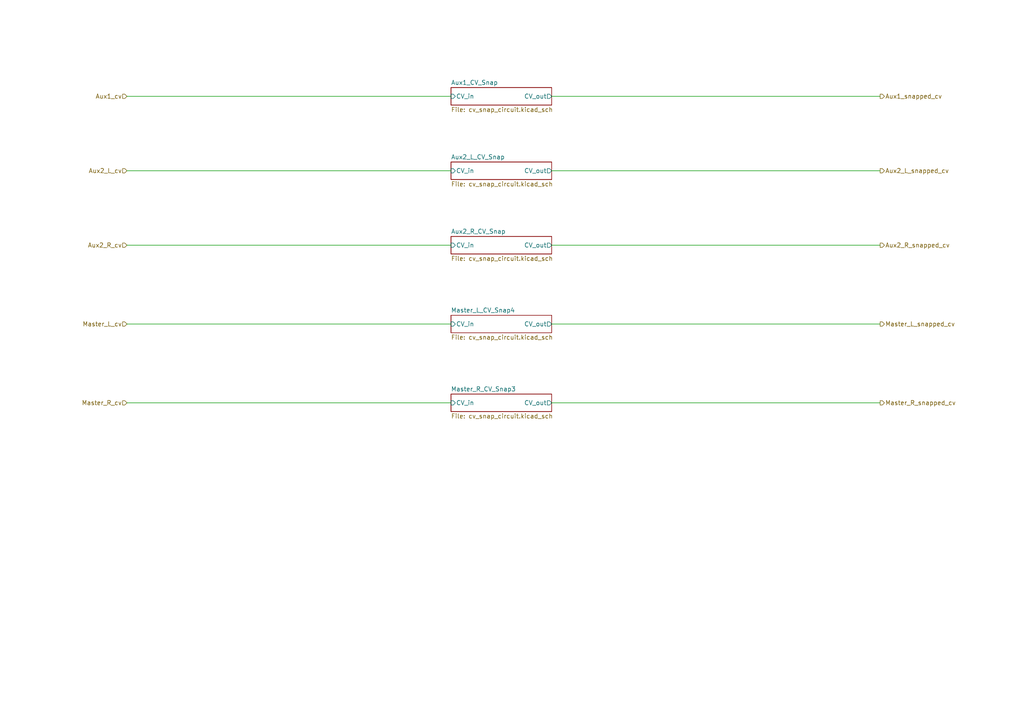
<source format=kicad_sch>
(kicad_sch (version 20230121) (generator eeschema)
  (paper "A4")
  (lib_symbols)
  (wire (pts (xy 36.83 93.98) (xy 130.81 93.98)))
  (wire (pts (xy 160.02 49.53) (xy 255.27 49.53)))
  (wire (pts (xy 36.83 27.94) (xy 130.81 27.94)))
  (wire (pts (xy 36.83 71.12) (xy 130.81 71.12)))
  (wire (pts (xy 160.02 27.94) (xy 255.27 27.94)))
  (wire (pts (xy 36.83 49.53) (xy 130.81 49.53)))
  (wire (pts (xy 160.02 93.98) (xy 255.27 93.98)))
  (wire (pts (xy 36.83 116.84) (xy 130.81 116.84)))
  (wire (pts (xy 160.02 116.84) (xy 255.27 116.84)))
  (wire (pts (xy 160.02 71.12) (xy 255.27 71.12)))
  (hierarchical_label "Aux2_R_cv" (shape input) (at 36.83 71.12 180))
  (hierarchical_label "Aux1_snapped_cv" (shape output) (at 255.27 27.94 0))
  (hierarchical_label "Master_R_snapped_cv" (shape output) (at 255.27 116.84 0))
  (hierarchical_label "Master_R_cv" (shape input) (at 36.83 116.84 180))
  (hierarchical_label "Master_L_cv" (shape input) (at 36.83 93.98 180))
  (hierarchical_label "Master_L_snapped_cv" (shape output) (at 255.27 93.98 0))
  (hierarchical_label "Aux2_L_cv" (shape input) (at 36.83 49.53 180))
  (hierarchical_label "Aux1_cv" (shape input) (at 36.83 27.94 180))
  (hierarchical_label "Aux2_L_snapped_cv" (shape output) (at 255.27 49.53 0))
  (hierarchical_label "Aux2_R_snapped_cv" (shape output) (at 255.27 71.12 0))
  (sheet (at 130.81 91.44) (size 29.21 5.08) (stroke (width 0.1524))
    (property "Sheetname" "Master_L_CV_Snap4" (at 130.81 90.7284 0) (effects (justify left bottom)))
    (property "Sheetfile" "cv_snap_circuit.kicad_sch" (at 130.81 97.1046 0) (effects (justify left top)))
    (pin "CV_out" output (at 160.02 93.98 0))
    (pin "CV_in" input (at 130.81 93.98 180))
  )
  (sheet (at 130.81 46.99) (size 29.21 5.08) (stroke (width 0.1524))
    (property "Sheetname" "Aux2_L_CV_Snap" (at 130.81 46.2784 0) (effects (justify left bottom)))
    (property "Sheetfile" "cv_snap_circuit.kicad_sch" (at 130.81 52.6546 0) (effects (justify left top)))
    (pin "CV_out" output (at 160.02 49.53 0))
    (pin "CV_in" input (at 130.81 49.53 180))
  )
  (sheet (at 130.81 25.4) (size 29.21 5.08) (stroke (width 0.1524))
    (property "Sheetname" "Aux1_CV_Snap" (at 130.81 24.6884 0) (effects (justify left bottom)))
    (property "Sheetfile" "cv_snap_circuit.kicad_sch" (at 130.81 31.0646 0) (effects (justify left top)))
    (pin "CV_out" output (at 160.02 27.94 0))
    (pin "CV_in" input (at 130.81 27.94 180))
  )
  (sheet (at 130.81 114.3) (size 29.21 5.08) (stroke (width 0.1524))
    (property "Sheetname" "Master_R_CV_Snap3" (at 130.81 113.5884 0) (effects (justify left bottom)))
    (property "Sheetfile" "cv_snap_circuit.kicad_sch" (at 130.81 119.9646 0) (effects (justify left top)))
    (pin "CV_out" output (at 160.02 116.84 0))
    (pin "CV_in" input (at 130.81 116.84 180))
  )
  (sheet (at 130.81 68.58) (size 29.21 5.08) (stroke (width 0.1524))
    (property "Sheetname" "Aux2_R_CV_Snap" (at 130.81 67.8684 0) (effects (justify left bottom)))
    (property "Sheetfile" "cv_snap_circuit.kicad_sch" (at 130.81 74.2446 0) (effects (justify left top)))
    (pin "CV_out" output (at 160.02 71.12 0))
    (pin "CV_in" input (at 130.81 71.12 180))
  )
)
</source>
